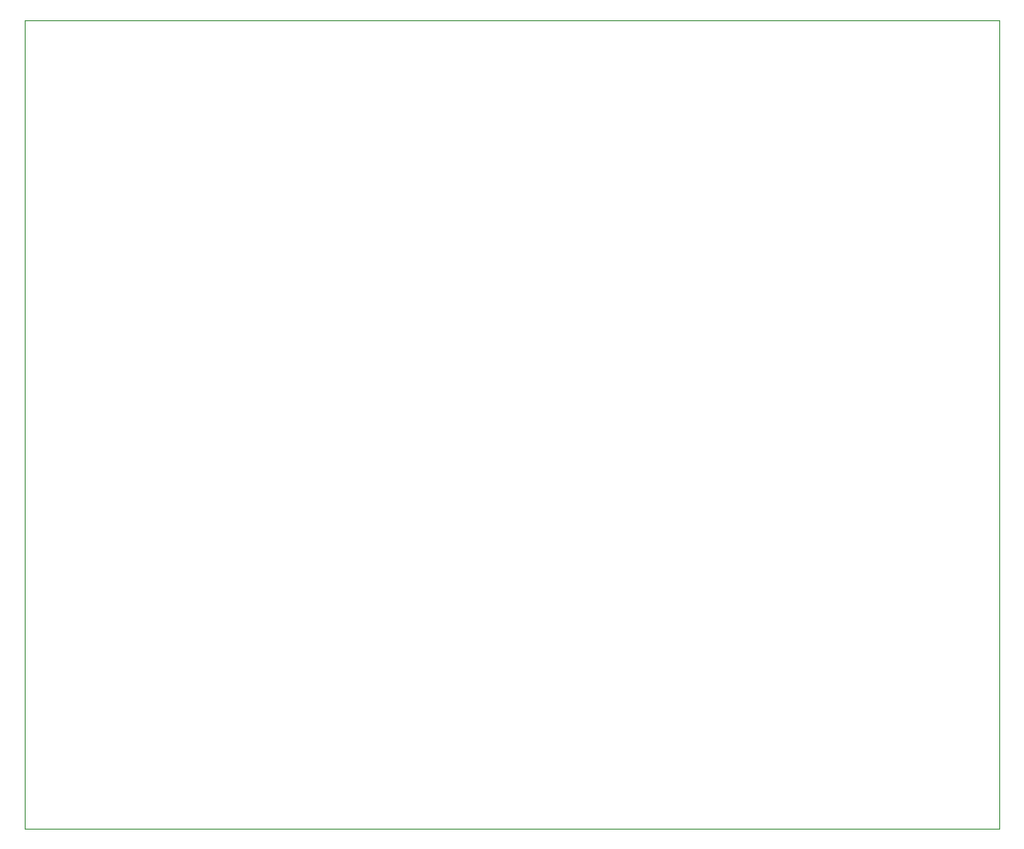
<source format=gbr>
%TF.GenerationSoftware,KiCad,Pcbnew,8.0.3*%
%TF.CreationDate,2024-06-26T11:54:08+03:00*%
%TF.ProjectId,LoRa_irrigation_system,4c6f5261-5f69-4727-9269-676174696f6e,rev?*%
%TF.SameCoordinates,Original*%
%TF.FileFunction,Profile,NP*%
%FSLAX46Y46*%
G04 Gerber Fmt 4.6, Leading zero omitted, Abs format (unit mm)*
G04 Created by KiCad (PCBNEW 8.0.3) date 2024-06-26 11:54:08*
%MOMM*%
%LPD*%
G01*
G04 APERTURE LIST*
%TA.AperFunction,Profile*%
%ADD10C,0.050000*%
%TD*%
G04 APERTURE END LIST*
D10*
X85000000Y-43000000D02*
X178500000Y-43000000D01*
X85000000Y-120500000D02*
X85000000Y-43000000D01*
X178500000Y-120500000D02*
X85000000Y-120500000D01*
X178500000Y-43000000D02*
X178500000Y-119000000D01*
X178500000Y-119000000D02*
X178500000Y-120500000D01*
M02*

</source>
